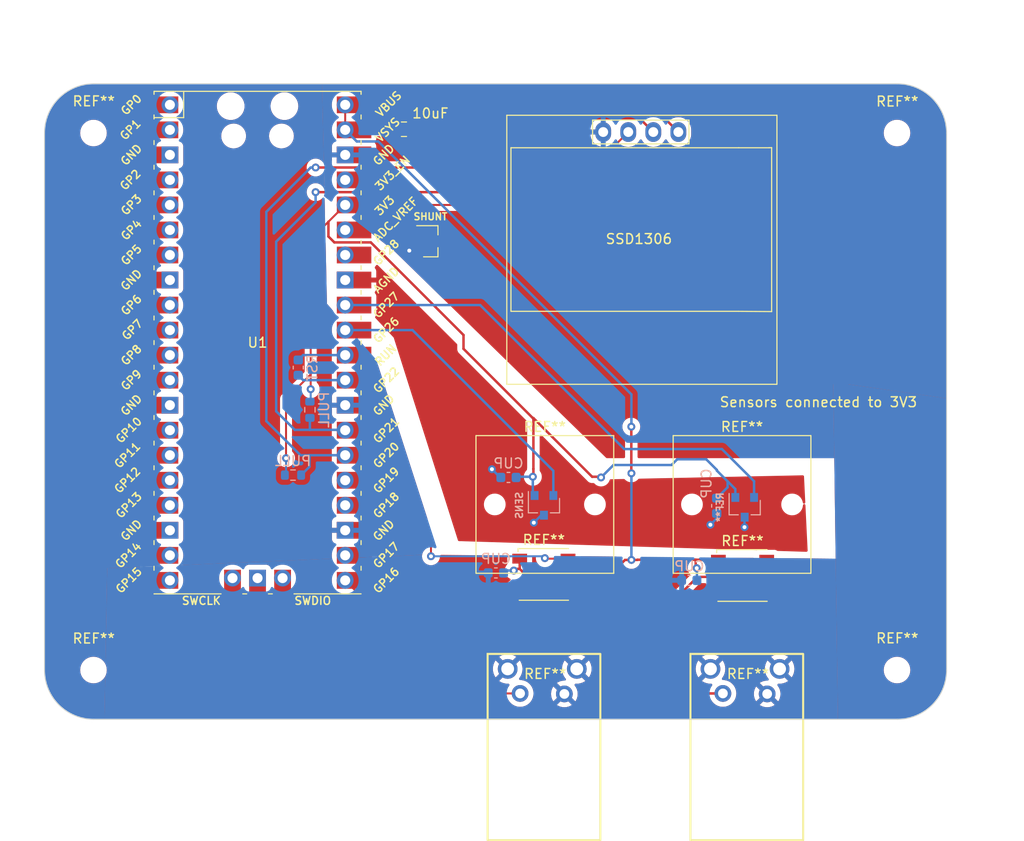
<source format=kicad_pcb>
(kicad_pcb (version 20221018) (generator pcbnew)
  (layers (0 "F.Cu" signal) (31 "B.Cu" signal) (34 "B.Paste" user) (35 "F.Paste" user) (36 "B.SilkS" user "B.Silkscreen") (37 "F.SilkS" user "F.Silkscreen") (38 "B.Mask" user) (39 "F.Mask" user) (44 "Edge.Cuts" user))
  (net 0 "")
  (net 1 "AGND")
  (net 2 "GND")
  (footprint "SSD1306:128x64OLED" (layer "F.Cu") (at 78.79 81)
    (fp_text reference "SSD1306" (at 0 0.254) (layer "F.SilkS"))
    (fp_text value "128x64OLED")
    (fp_line (start -13.4 -12.3) (end 14 -12.3) (stroke (width 0.12)) (layer "F.SilkS"))
    (fp_line (start -13.4 15) (end -13.4 -12.3) (stroke (width 0.12)) (layer "F.SilkS"))
    (fp_line (start -12.978 -9.005) (end 10.122 -9.005) (stroke (width 0.12)) (layer "F.SilkS"))
    (fp_line (start -12.978 7.595) (end -12.978 -9.005) (stroke (width 0.12)) (layer "F.SilkS"))
    (fp_line (start -4.699 -11.811) (end -4.699 -9.398) (stroke (width 0.12)) (layer "F.SilkS"))
    (fp_line (start -4.699 -11.811) (end 5.08 -11.811) (stroke (width 0.12)) (layer "F.SilkS"))
    (fp_line (start 5.08 -11.811) (end 5.08 -9.398) (stroke (width 0.12)) (layer "F.SilkS"))
    (fp_line (start 5.08 -9.398) (end -4.699 -9.398) (stroke (width 0.12)) (layer "F.SilkS"))
    (fp_line (start 10.122 -9.005) (end 13.208 -9.005) (stroke (width 0.12)) (layer "F.SilkS"))
    (fp_line (start 10.122 7.595) (end -12.978 7.595) (stroke (width 0.12)) (layer "F.SilkS"))
    (fp_line (start 10.122 7.595) (end 13.462 7.62) (stroke (width 0.12)) (layer "F.SilkS"))
    (fp_line (start 13.462 -9.017) (end 13.208 -9.005) (stroke (width 0.12)) (layer "F.SilkS"))
    (fp_line (start 13.462 7.62) (end 13.462 -9.017) (stroke (width 0.12)) (layer "F.SilkS"))
    (fp_line (start 14 -12.3) (end 14 15) (stroke (width 0.12)) (layer "F.SilkS"))
    (fp_line (start 14 15) (end -13.4 15) (stroke (width 0.12)) (layer "F.SilkS"))
    (pad "1" thru_hole oval (at -3.62 -10.6 90) (size 2 1.6) (drill 1) (layers "*.Cu" "*.Mask") (net 2 "GND"))
    (pad "2" thru_hole oval (at -1.08 -10.6 90) (size 2 1.6) (drill 1) (layers "*.Cu" "*.Mask"))
    (pad "3" thru_hole oval (at 1.46 -10.6 90) (size 2 1.6) (drill 1) (layers "*.Cu" "*.Mask"))
    (pad "4" thru_hole oval (at 4 -10.6 90) (size 2 1.6) (drill 1) (layers "*.Cu" "*.Mask"))
  )
  (footprint "MountingHole:MountingHole_2.2mm_M2" (layer "F.Cu") (at 105 124.98)
    (fp_text reference "REF**" (at 0 -3.2) (layer "F.SilkS"))
    (fp_text value "MountingHole_2.2mm_M2")
    (pad "" np_thru_hole circle (at -0.03 0.02) (size 2.2 2.2) (drill 2.2) (layers "*.Cu" "*.Mask"))
  )
  (footprint "Button_Switch_THT:2-1825027-0_Right_Angle_Button" (layer "F.Cu") (at 86.05 124.885)
    (fp_text reference "REF**" (at 3.81 0.508 unlocked) (layer "F.SilkS"))
    (fp_text value "2-1825027-0_Right_Angle_Switch-9.24mm_Stem")
    (fp_line (start -2.032 5.1) (end 9.398 5.1) (stroke (width 0.12)) (layer "F.SilkS"))
    (fp_rect (start -2.032 -1.52) (end 9.398 17.38) (stroke (width 0.21)) (fill none) (layer "F.SilkS"))
    (pad "1" thru_hole circle (at 1.26 2.49) (size 1.7 1.7) (drill 0.99) (layers "*.Cu" "*.Mask"))
    (pad "2" thru_hole circle (at 5.75 2.54) (size 1.7 1.7) (drill 0.99) (layers "*.Cu" "*.Mask") (net 2 "GND"))
    (pad "3" thru_hole circle (at 0 0) (size 2 2) (drill 1.3) (layers "*.Cu" "*.Mask") (net 2 "GND"))
    (pad "4" thru_hole circle (at 7.01 0) (size 2 2) (drill 1.3) (layers "*.Cu" "*.Mask") (net 2 "GND"))
  )
  (footprint "MountingHole:MountingHole_2.2mm_M2" (layer "F.Cu") (at 23.5 70.48)
    (fp_text reference "REF**" (at 0 -3.2) (layer "F.SilkS"))
    (fp_text value "MountingHole_2.2mm_M2")
    (pad "" np_thru_hole circle (at -0.03 0.02) (size 2.2 2.2) (drill 2.2) (layers "F&B.Cu" "*.Mask"))
  )
  (footprint "Keebio-Parts:SOT-23" (layer "F.Cu") (at 57.65 81.485)
    (fp_text reference "SHUNT" (at 0 -2.5) (layer "F.SilkS") (effects (font (size 0.7 0.7))))
    (fp_text value "LM4040")
    (fp_line (start 0.76 -1.58) (end -1.4 -1.58) (stroke (width 0.12)) (layer "F.SilkS"))
    (fp_line (start 0.76 -1.58) (end 0.76 -0.65) (stroke (width 0.12)) (layer "F.SilkS"))
    (fp_line (start 0.76 1.58) (end -0.7 1.58) (stroke (width 0.12)) (layer "F.SilkS"))
    (fp_line (start 0.76 1.58) (end 0.76 0.65) (stroke (width 0.12)) (layer "F.SilkS"))
    (pad "1" smd rect (at -1 -0.95) (size 0.9 0.8) (layers "F.Cu" "F.Paste" "F.Mask"))
    (pad "2" smd rect (at -1 0.95) (size 0.9 0.8) (layers "F.Cu" "F.Paste" "F.Mask") (net 2 "GND"))
    (pad "3" smd rect (at 1 0) (size 0.9 0.8) (layers "F.Cu" "F.Paste" "F.Mask"))
  )
  (footprint "MCU_RaspberryPi_and_Boards:RPi_Pico_SMD_TH" (layer "F.Cu") (at 40.11 91.77)
    (fp_text reference "U1" (at 0 0) (layer "F.SilkS"))
    (fp_text value "RPi_Pico_SMD_TH")
    (fp_text user "GP4" (at -12.8 -11.43 45) (layer "F.SilkS") (effects (font (size 0.8 0.8))))
    (fp_text user "GP22" (at 13.054 3.81 45) (layer "F.SilkS") (effects (font (size 0.8 0.8))))
    (fp_text user "SWCLK" (at -5.7 26.2) (layer "F.SilkS") (effects (font (size 0.8 0.8))))
    (fp_text user "GP6" (at -12.8 -3.81 45) (layer "F.SilkS") (effects (font (size 0.8 0.8))))
    (fp_text user "GP7" (at -12.7 -1.3 45) (layer "F.SilkS") (effects (font (size 0.8 0.8))))
    (fp_text user "3V3_EN" (at 13.7 -17.2 45) (layer "F.SilkS") (effects (font (size 0.8 0.8))))
    (fp_text user "GP26" (at 13.054 -1.27 45) (layer "F.SilkS") (effects (font (size 0.8 0.8))))
    (fp_text user "GND" (at -12.8 -19.05 45) (layer "F.SilkS") (effects (font (size 0.8 0.8))))
    (fp_text user "GP13" (at -13.054 16.51 45) (layer "F.SilkS") (effects (font (size 0.8 0.8))))
    (fp_text user "GP20" (at 13.054 11.43 45) (layer "F.SilkS") (effects (font (size 0.8 0.8))))
    (fp_text user "GP14" (at -13.1 21.59 45) (layer "F.SilkS") (effects (font (size 0.8 0.8))))
    (fp_text user "GP15" (at -13.054 24.13 45) (layer "F.SilkS") (effects (font (size 0.8 0.8))))
    (fp_text user "GND" (at 12.8 6.35 45) (layer "F.SilkS") (effects (font (size 0.8 0.8))))
    (fp_text user "3V3" (at 12.9 -13.9 45) (layer "F.SilkS") (effects (font (size 0.8 0.8))))
    (fp_text user "RUN" (at 13 1.27 45) (layer "F.SilkS") (effects (font (size 0.8 0.8))))
    (fp_text user "GP11" (at -13.2 11.43 45) (layer "F.SilkS") (effects (font (size 0.8 0.8))))
    (fp_text user "GP8" (at -12.8 1.27 45) (layer "F.SilkS") (effects (font (size 0.8 0.8))))
    (fp_text user "GP1" (at -12.9 -21.6 45) (layer "F.SilkS") (effects (font (size 0.8 0.8))))
    (fp_text user "GP0" (at -12.8 -24.13 45) (layer "F.SilkS") (effects (font (size 0.8 0.8))))
    (fp_text user "GP16" (at 13.054 24.13 45) (layer "F.SilkS") (effects (font (size 0.8 0.8))))
    (fp_text user "AGND" (at 13.054 -6.35 45) (layer "F.SilkS") (effects (font (size 0.8 0.8))))
    (fp_text user "GND" (at -12.8 19.05 45) (layer "F.SilkS") (effects (font (size 0.8 0.8))))
    (fp_text user "GND" (at 12.8 19.05 45) (layer "F.SilkS") (effects (font (size 0.8 0.8))))
    (fp_text user "GP10" (at -13.054 8.89 45) (layer "F.SilkS") (effects (font (size 0.8 0.8))))
    (fp_text user "GP21" (at 13.054 8.9 45) (layer "F.SilkS") (effects (font (size 0.8 0.8))))
    (fp_text user "GP28" (at 13.054 -9.144 45) (layer "F.SilkS") (effects (font (size 0.8 0.8))))
    (fp_text user "GND" (at 12.8 -19.05 45) (layer "F.SilkS") (effects (font (size 0.8 0.8))))
    (fp_text user "VSYS" (at 13.2 -21.59 45) (layer "F.SilkS") (effects (font (size 0.8 0.8))))
    (fp_text user "GP5" (at -12.8 -8.89 45) (layer "F.SilkS") (effects (font (size 0.8 0.8))))
    (fp_text user "GND" (at -12.8 -6.35 45) (layer "F.SilkS") (effects (font (size 0.8 0.8))))
    (fp_text user "GP27" (at 13.054 -3.8 45) (layer "F.SilkS") (effects (font (size 0.8 0.8))))
    (fp_text user "GP17" (at 13.054 21.59 45) (layer "F.SilkS") (effects (font (size 0.8 0.8))))
    (fp_text user "ADC_VREF" (at 14 -12.5 45) (layer "F.SilkS") (effects (font (size 0.8 0.8))))
    (fp_text user "SWDIO" (at 5.6 26.2) (layer "F.SilkS") (effects (font (size 0.8 0.8))))
    (fp_text user "GP3" (at -12.8 -13.97 45) (layer "F.SilkS") (effects (font (size 0.8 0.8))))
    (fp_text user "GP19" (at 13.054 13.97 45) (layer "F.SilkS") (effects (font (size 0.8 0.8))))
    (fp_text user "GP12" (at -13.2 13.97 45) (layer "F.SilkS") (effects (font (size 0.8 0.8))))
    (fp_text user "GP9" (at -12.8 3.81 45) (layer "F.SilkS") (effects (font (size 0.8 0.8))))
    (fp_text user "GP18" (at 13.054 16.51 45) (layer "F.SilkS") (effects (font (size 0.8 0.8))))
    (fp_text user "GP2" (at -12.9 -16.51 45) (layer "F.SilkS") (effects (font (size 0.8 0.8))))
    (fp_text user "VBUS" (at 13.3 -24.2 45) (layer "F.SilkS") (effects (font (size 0.8 0.8))))
    (fp_text user "GND" (at -12.8 6.35 45) (layer "F.SilkS") (effects (font (size 0.8 0.8))))
    (fp_line (start -10.5 -25.5) (end -10.5 -25.2) (stroke (width 0.12)) (layer "F.SilkS"))
    (fp_line (start -10.5 -25.5) (end 10.5 -25.5) (stroke (width 0.12)) (layer "F.SilkS"))
    (fp_line (start -10.5 -23.1) (end -10.5 -22.7) (stroke (width 0.12)) (layer "F.SilkS"))
    (fp_line (start -10.5 -22.833) (end -7.493 -22.833) (stroke (width 0.12)) (layer "F.SilkS"))
    (fp_line (start -10.5 -20.5) (end -10.5 -20.1) (stroke (width 0.12)) (layer "F.SilkS"))
    (fp_line (start -10.5 -18) (end -10.5 -17.6) (stroke (width 0.12)) (layer "F.SilkS"))
    (fp_line (start -10.5 -15.4) (end -10.5 -15) (stroke (width 0.12)) (layer "F.SilkS"))
    (fp_line (start -10.5 -12.9) (end -10.5 -12.5) (stroke (width 0.12)) (layer "F.SilkS"))
    (fp_line (start -10.5 -10.4) (end -10.5 -10) (stroke (width 0.12)) (layer "F.SilkS"))
    (fp_line (start -10.5 -7.8) (end -10.5 -7.4) (stroke (width 0.12)) (layer "F.SilkS"))
    (fp_line (start -10.5 -5.3) (end -10.5 -4.9) (stroke (width 0.12)) (layer "F.SilkS"))
    (fp_line (start -10.5 -2.7) (end -10.5 -2.3) (stroke (width 0.12)) (layer "F.SilkS"))
    (fp_line (start -10.5 -0.2) (end -10.5 0.2) (stroke (width 0.12)) (layer "F.SilkS"))
    (fp_line (start -10.5 2.3) (end -10.5 2.7) (stroke (width 0.12)) (layer "F.SilkS"))
    (fp_line (start -10.5 4.9) (end -10.5 5.3) (stroke (width 0.12)) (layer "F.SilkS"))
    (fp_line (start -10.5 7.4) (end -10.5 7.8) (stroke (width 0.12)) (layer "F.SilkS"))
    (fp_line (start -10.5 10) (end -10.5 10.4) (stroke (width 0.12)) (layer "F.SilkS"))
    (fp_line (start -10.5 12.5) (end -10.5 12.9) (stroke (width 0.12)) (layer "F.SilkS"))
    (fp_line (start -10.5 15.1) (end -10.5 15.5) (stroke (width 0.12)) (layer "F.SilkS"))
    (fp_line (start -10.5 17.6) (end -10.5 18) (stroke (width 0.12)) (layer "F.SilkS"))
    (fp_line (start -10.5 20.1) (end -10.5 20.5) (stroke (width 0.12)) (layer "F.SilkS"))
    (fp_line (start -10.5 22.7) (end -10.5 23.1) (stroke (width 0.12)) (layer "F.SilkS"))
    (fp_line (start -7.493 -22.833) (end -7.493 -25.5) (stroke (width 0.12)) (layer "F.SilkS"))
    (fp_line (start -3.7 25.5) (end -10.5 25.5) (stroke (width 0.12)) (layer "F.SilkS"))
    (fp_line (start -1.5 25.5) (end -1.1 25.5) (stroke (width 0.12)) (layer "F.SilkS"))
    (fp_line (start 1.1 25.5) (end 1.5 25.5) (stroke (width 0.12)) (layer "F.SilkS"))
    (fp_line (start 10.5 -25.5) (end 10.5 -25.2) (stroke (width 0.12)) (layer "F.SilkS"))
    (fp_line (start 10.5 -23.1) (end 10.5 -22.7) (stroke (width 0.12)) (layer "F.SilkS"))
    (fp_line (start 10.5 -20.5) (end 10.5 -20.1) (stroke (width 0.12)) (layer "F.SilkS"))
    (fp_line (start 10.5 -18) (end 10.5 -17.6) (stroke (width 0.12)) (layer "F.SilkS"))
    (fp_line (start 10.5 -15.4) (end 10.5 -15) (stroke (width 0.12)) (layer "F.SilkS"))
    (fp_line (start 10.5 -12.9) (end 10.5 -12.5) (stroke (width 0.12)) (layer "F.SilkS"))
    (fp_line (start 10.5 -10.4) (end 10.5 -10) (stroke (width 0.12)) (layer "F.SilkS"))
    (fp_line (start 10.5 -7.8) (end 10.5 -7.4) (stroke (width 0.12)) (layer "F.SilkS"))
    (fp_line (start 10.5 -5.3) (end 10.5 -4.9) (stroke (width 0.12)) (layer "F.SilkS"))
    (fp_line (start 10.5 -2.7) (end 10.5 -2.3) (stroke (width 0.12)) (layer "F.SilkS"))
    (fp_line (start 10.5 -0.2) (end 10.5 0.2) (stroke (width 0.12)) (layer "F.SilkS"))
    (fp_line (start 10.5 2.3) (end 10.5 2.7) (stroke (width 0.12)) (layer "F.SilkS"))
    (fp_line (start 10.5 4.9) (end 10.5 5.3) (stroke (width 0.12)) (layer "F.SilkS"))
    (fp_line (start 10.5 7.4) (end 10.5 7.8) (stroke (width 0.12)) (layer "F.SilkS"))
    (fp_line (start 10.5 10) (end 10.5 10.4) (stroke (width 0.12)) (layer "F.SilkS"))
    (fp_line (start 10.5 12.5) (end 10.5 12.9) (stroke (width 0.12)) (layer "F.SilkS"))
    (fp_line (start 10.5 15.1) (end 10.5 15.5) (stroke (width 0.12)) (layer "F.SilkS"))
    (fp_line (start 10.5 17.6) (end 10.5 18) (stroke (width 0.12)) (layer "F.SilkS"))
    (fp_line (start 10.5 20.1) (end 10.5 20.5) (stroke (width 0.12)) (layer "F.SilkS"))
    (fp_line (start 10.5 22.7) (end 10.5 23.1) (stroke (width 0.12)) (layer "F.SilkS"))
    (fp_line (start 10.5 25.5) (end 3.7 25.5) (stroke (width 0.12)) (layer "F.SilkS"))
    (pad "" np_thru_hole oval (at -2.725 -24) (size 1.8 1.8) (drill 1.8) (layers "*.Cu" "*.Mask"))
    (pad "" np_thru_hole oval (at -2.425 -20.97) (size 1.5 1.5) (drill 1.5) (layers "*.Cu" "*.Mask"))
    (pad "" np_thru_hole oval (at 2.425 -20.97) (size 1.5 1.5) (drill 1.5) (layers "*.Cu" "*.Mask"))
    (pad "" np_thru_hole oval (at 2.725 -24) (size 1.8 1.8) (drill 1.8) (layers "*.Cu" "*.Mask"))
    (pad "1" thru_hole oval (at -8.89 -24.13) (size 1.7 1.7) (drill 1.02) (layers "*.Cu" "*.Mask"))
    (pad "1" smd rect (at -8.89 -24.13) (size 3.5 1.7) (drill (offset -0.9 0)) (layers "F.Cu" "F.Mask"))
    (pad "2" thru_hole oval (at -8.89 -21.59) (size 1.7 1.7) (drill 1.02) (layers "*.Cu" "*.Mask"))
    (pad "2" smd rect (at -8.89 -21.59) (size 3.5 1.7) (drill (offset -0.9 0)) (layers "F.Cu" "F.Mask"))
    (pad "3" thru_hole rect (at -8.89 -19.05) (size 1.7 1.7) (drill 1.02) (layers "*.Cu" "*.Mask"))
    (pad "3" smd rect (at -8.89 -19.05) (size 3.5 1.7) (drill (offset -0.9 0)) (layers "F.Cu" "F.Mask") (net 2 "GND"))
    (pad "4" thru_hole oval (at -8.89 -16.51) (size 1.7 1.7) (drill 1.02) (layers "*.Cu" "*.Mask"))
    (pad "4" smd rect (at -8.89 -16.51) (size 3.5 1.7) (drill (offset -0.9 0)) (layers "F.Cu" "F.Mask"))
    (pad "5" thru_hole oval (at -8.89 -13.97) (size 1.7 1.7) (drill 1.02) (layers "*.Cu" "*.Mask"))
    (pad "5" smd rect (at -8.89 -13.97) (size 3.5 1.7) (drill (offset -0.9 0)) (layers "F.Cu" "F.Mask"))
    (pad "6" thru_hole oval (at -8.89 -11.43) (size 1.7 1.7) (drill 1.02) (layers "*.Cu" "*.Mask"))
    (pad "6" smd rect (at -8.89 -11.43) (size 3.5 1.7) (drill (offset -0.9 0)) (layers "F.Cu" "F.Mask"))
    (pad "7" thru_hole oval (at -8.89 -8.89) (size 1.7 1.7) (drill 1.02) (layers "*.Cu" "*.Mask"))
    (pad "7" smd rect (at -8.89 -8.89) (size 3.5 1.7) (drill (offset -0.9 0)) (layers "F.Cu" "F.Mask"))
    (pad "8" thru_hole rect (at -8.89 -6.35) (size 1.7 1.7) (drill 1.02) (layers "*.Cu" "*.Mask"))
    (pad "8" smd rect (at -8.89 -6.35) (size 3.5 1.7) (drill (offset -0.9 0)) (layers "F.Cu" "F.Mask") (net 2 "GND"))
    (pad "9" thru_hole oval (at -8.89 -3.81) (size 1.7 1.7) (drill 1.02) (layers "*.Cu" "*.Mask"))
    (pad "9" smd rect (at -8.89 -3.81) (size 3.5 1.7) (drill (offset -0.9 0)) (layers "F.Cu" "F.Mask"))
    (pad "10" thru_hole oval (at -8.89 -1.27) (size 1.7 1.7) (drill 1.02) (layers "*.Cu" "*.Mask"))
    (pad "10" smd rect (at -8.89 -1.27) (size 3.5 1.7) (drill (offset -0.9 0)) (layers "F.Cu" "F.Mask"))
    (pad "11" thru_hole oval (at -8.89 1.27) (size 1.7 1.7) (drill 1.02) (layers "*.Cu" "*.Mask"))
    (pad "11" smd rect (at -8.89 1.27) (size 3.5 1.7) (drill (offset -0.9 0)) (layers "F.Cu" "F.Mask"))
    (pad "12" thru_hole oval (at -8.89 3.81) (size 1.7 1.7) (drill 1.02) (layers "*.Cu" "*.Mask"))
    (pad "12" smd rect (at -8.89 3.81) (size 3.5 1.7) (drill (offset -0.9 0)) (layers "F.Cu" "F.Mask"))
    (pad "13" thru_hole rect (at -8.89 6.35) (size 1.7 1.7) (drill 1.02) (layers "*.Cu" "*.Mask"))
    (pad "13" smd rect (at -8.89 6.35) (size 3.5 1.7) (drill (offset -0.9 0)) (layers "F.Cu" "F.Mask") (net 2 "GND"))
    (pad "14" thru_hole oval (at -8.89 8.89) (size 1.7 1.7) (drill 1.02) (layers "*.Cu" "*.Mask"))
    (pad "14" smd rect (at -8.89 8.89) (size 3.5 1.7) (drill (offset -0.9 0)) (layers "F.Cu" "F.Mask"))
    (pad "15" thru_hole oval (at -8.89 11.43) (size 1.7 1.7) (drill 1.02) (layers "*.Cu" "*.Mask"))
    (pad "15" smd rect (at -8.89 11.43) (size 3.5 1.7) (drill (offset -0.9 0)) (layers "F.Cu" "F.Mask"))
    (pad "16" thru_hole oval (at -8.89 13.97) (size 1.7 1.7) (drill 1.02) (layers "*.Cu" "*.Mask"))
    (pad "16" smd rect (at -8.89 13.97) (size 3.5 1.7) (drill (offset -0.9 0)) (layers "F.Cu" "F.Mask"))
    (pad "17" thru_hole oval (at -8.89 16.51) (size 1.7 1.7) (drill 1.02) (layers "*.Cu" "*.Mask"))
    (pad "17" smd rect (at -8.89 16.51) (size 3.5 1.7) (drill (offset -0.9 0)) (layers "F.Cu" "F.Mask"))
    (pad "18" thru_hole rect (at -8.89 19.05) (size 1.7 1.7) (drill 1.02) (layers "*.Cu" "*.Mask"))
    (pad "18" smd rect (at -8.89 19.05) (size 3.5 1.7) (drill (offset -0.9 0)) (layers "F.Cu" "F.Mask") (net 2 "GND"))
    (pad "19" thru_hole oval (at -8.89 21.59) (size 1.7 1.7) (drill 1.02) (layers "*.Cu" "*.Mask"))
    (pad "19" smd rect (at -8.89 21.59) (size 3.5 1.7) (drill (offset -0.9 0)) (layers "F.Cu" "F.Mask"))
    (pad "20" thru_hole oval (at -8.89 24.13) (size 1.7 1.7) (drill 1.02) (layers "*.Cu" "*.Mask"))
    (pad "20" smd rect (at -8.89 24.13) (size 3.5 1.7) (drill (offset -0.9 0)) (layers "F.Cu" "F.Mask"))
    (pad "21" thru_hole oval (at 8.89 24.13) (size 1.7 1.7) (drill 1.02) (layers "*.Cu" "*.Mask"))
    (pad "21" smd rect (at 8.89 24.13) (size 3.5 1.7) (drill (offset 0.9 0)) (layers "F.Cu" "F.Mask"))
    (pad "22" thru_hole oval (at 8.89 21.59) (size 1.7 1.7) (drill 1.02) (layers "*.Cu" "*.Mask"))
    (pad "22" smd rect (at 8.89 21.59) (size 3.5 1.7) (drill (offset 0.9 0)) (layers "F.Cu" "F.Mask"))
    (pad "23" thru_hole rect (at 8.89 19.05) (size 1.7 1.7) (drill 1.02) (layers "*.Cu" "*.Mask") (net 2 "GND"))
    (pad "23" smd rect (at 8.89 19.05) (size 3.5 1.7) (drill (offset 0.9 0)) (layers "F.Cu" "F.Mask") (net 2 "GND"))
    (pad "24" thru_hole oval (at 8.89 16.51) (size 1.7 1.7) (drill 1.02) (layers "*.Cu" "*.Mask"))
    (pad "24" smd rect (at 8.89 16.51) (size 3.5 1.7) (drill (offset 0.9 0)) (layers "F.Cu" "F.Mask"))
    (pad "25" thru_hole oval (at 8.89 13.97) (size 1.7 1.7) (drill 1.02) (layers "*.Cu" "*.Mask"))
    (pad "25" smd rect (at 8.89 13.97) (size 3.5 1.7) (drill (offset 0.9 0)) (layers "F.Cu" "F.Mask"))
    (pad "26" thru_hole oval (at 8.89 11.43) (size 1.7 1.7) (drill 1.02) (layers "*.Cu" "*.Mask"))
    (pad "26" smd rect (at 8.89 11.43) (size 3.5 1.7) (drill (offset 0.9 0)) (layers "F.Cu" "F.Mask"))
    (pad "27" thru_hole oval (at 8.89 8.89) (size 1.7 1.7) (drill 1.02) (layers "*.Cu" "*.Mask"))
    (pad "27" smd rect (at 8.89 8.89) (size 3.5 1.7) (drill (offset 0.9 0)) (layers "F.Cu" "F.Mask"))
    (pad "28" thru_hole rect (at 8.89 6.35) (size 1.7 1.7) (drill 1.02) (layers "*.Cu" "*.Mask") (net 2 "GND"))
    (pad "28" smd rect (at 8.89 6.35) (size 3.5 1.7) (drill (offset 0.9 0)) (layers "F.Cu" "F.Mask") (net 2 "GND"))
    (pad "29" thru_hole oval (at 8.89 3.81) (size 1.7 1.7) (drill 1.02) (layers "*.Cu" "*.Mask"))
    (pad "29" smd rect (at 8.89 3.81) (size 3.5 1.7) (drill (offset 0.9 0)) (layers "F.Cu" "F.Mask"))
    (pad "30" thru_hole oval (at 8.89 1.27) (size 1.7 1.7) (drill 1.02) (layers "*.Cu" "*.Mask"))
    (pad "30" smd rect (at 8.89 1.27) (size 3.5 1.7) (drill (offset 0.9 0)) (layers "F.Cu" "F.Mask"))
    (pad "31" thru_hole oval (at 8.89 -1.27) (size 1.7 1.7) (drill 1.02) (layers "*.Cu" "*.Mask"))
    (pad "31" smd rect (at 8.89 -1.27) (size 3.5 1.7) (drill (offset 0.9 0)) (layers "F.Cu" "F.Mask"))
    (pad "32" thru_hole oval (at 8.89 -3.81) (size 1.7 1.7) (drill 1.02) (layers "*.Cu" "*.Mask"))
    (pad "32" smd rect (at 8.89 -3.81) (size 3.5 1.7) (drill (offset 0.9 0)) (layers "F.Cu" "F.Mask"))
    (pad "33" thru_hole rect (at 8.89 -6.35) (size 1.7 1.7) (drill 1.02) (layers "*.Cu" "*.Mask") (net 1 "AGND"))
    (pad "33" smd rect (at 8.89 -6.35) (size 3.5 1.7) (drill (offset 0.9 0)) (layers "F.Cu" "F.Mask") (net 1 "AGND"))
    (pad "34" thru_hole oval (at 8.89 -8.89) (size 1.7 1.7) (drill 1.02) (layers "*.Cu" "*.Mask"))
    (pad "34" smd rect (at 8.89 -8.89) (size 3.5 1.7) (drill (offset 0.9 0)) (layers "F.Cu" "F.Mask"))
    (pad "35" thru_hole oval (at 8.89 -11.43) (size 1.7 1.7) (drill 1.02) (layers "*.Cu" "*.Mask"))
    (pad "35" smd rect (at 8.89 -11.43) (size 3.5 1.7) (drill (offset 0.9 0)) (layers "F.Cu" "F.Mask"))
    (pad "36" thru_hole oval (at 8.89 -13.97) (size 1.7 1.7) (drill 1.02) (layers "*.Cu" "*.Mask"))
    (pad "36" smd rect (at 8.89 -13.97) (size 3.5 1.7) (drill (offset 0.9 0)) (layers "F.Cu" "F.Mask"))
    (pad "37" thru_hole oval (at 8.89 -16.51) (size 1.7 1.7) (drill 1.02) (layers "*.Cu" "*.Mask"))
    (pad "37" smd rect (at 8.89 -16.51) (size 3.5 1.7) (drill (offset 0.9 0)) (layers "F.Cu" "F.Mask"))
    (pad "38" thru_hole rect (at 8.89 -19.05) (size 1.7 1.7) (drill 1.02) (layers "*.Cu" "*.Mask") (net 2 "GND"))
    (pad "38" smd rect (at 8.89 -19.05) (size 3.5 1.7) (drill (offset 0.9 0)) (layers "F.Cu" "F.Mask") (net 2 "GND"))
    (pad "39" thru_hole oval (at 8.89 -21.59) (size 1.7 1.7) (drill 1.02) (layers "*.Cu" "*.Mask"))
    (pad "39" smd rect (at 8.89 -21.59) (size 3.5 1.7) (drill (offset 0.9 0)) (layers "F.Cu" "F.Mask"))
    (pad "40" thru_hole oval (at 8.89 -24.13) (size 1.7 1.7) (drill 1.02) (layers "*.Cu" "*.Mask"))
    (pad "40" smd rect (at 8.89 -24.13) (size 3.5 1.7) (drill (offset 0.9 0)) (layers "F.Cu" "F.Mask"))
    (pad "41" thru_hole oval (at -2.54 23.9) (size 1.7 1.7) (drill 1.02) (layers "*.Cu" "*.Mask"))
    (pad "41" smd rect (at -2.54 23.9 90) (size 3.5 1.7) (drill (offset -0.9 0)) (layers "F.Cu" "F.Mask"))
    (pad "42" thru_hole rect (at 0 23.9) (size 1.7 1.7) (drill 1.02) (layers "*.Cu" "*.Mask"))
    (pad "42" smd rect (at 0 23.9 90) (size 3.5 1.7) (drill (offset -0.9 0)) (layers "F.Cu" "F.Mask"))
    (pad "43" thru_hole oval (at 2.54 23.9) (size 1.7 1.7) (drill 1.02) (layers "*.Cu" "*.Mask"))
    (pad "43" smd rect (at 2.54 23.9 90) (size 3.5 1.7) (drill (offset -0.9 0)) (layers "F.Cu" "F.Mask"))
  )
  (footprint "Button_Switch_Keyboard:SW_Lekker_MX_1.00u_PCB" (layer "F.Cu") (at 71.79 103.115)
    (fp_text reference "REF**" (at -2.54 -2.794) (layer "F.SilkS"))
    (fp_text value "SW_Lekker_MX_1.00u_PCB")
    (fp_line (start -9.525 -1.905) (end 4.445 -1.905) (stroke (width 0.12)) (layer "F.SilkS"))
    (fp_line (start -9.525 12.065) (end -9.525 -1.905) (stroke (width 0.12)) (layer "F.SilkS"))
    (fp_line (start 4.445 -1.905) (end 4.445 12.065) (stroke (width 0.12)) (layer "F.SilkS"))
    (fp_line (start 4.445 12.065) (end -9.525 12.065) (stroke (width 0.12)) (layer "F.SilkS"))
    (pad "" np_thru_hole circle (at -7.62 5.08) (size 1.7 1.7) (drill 1.7) (layers "*.Cu" "*.Mask"))
    (pad "" np_thru_hole circle (at 2.54 5.08) (size 1.7 1.7) (drill 1.7) (layers "*.Cu" "*.Mask"))
  )
  (footprint "MountingHole:MountingHole_2.2mm_M2" (layer "F.Cu") (at 105 70.5)
    (fp_text reference "REF**" (at 0 -3.2) (layer "F.SilkS"))
    (fp_text value "MountingHole_2.2mm_M2")
    (pad "" np_thru_hole circle (at -0.03 0) (size 2.2 2.2) (drill 2.2) (layers "F&B.Cu" "*.Mask"))
  )
  (footprint "Button_Switch_Keyboard:SW_Lekker_MX_1.00u_PCB" (layer "F.Cu") (at 91.79 103.115)
    (fp_text reference "REF**" (at -2.54 -2.794) (layer "F.SilkS"))
    (fp_text value "SW_Lekker_MX_1.00u_PCB")
    (fp_line (start -9.525 -1.905) (end 4.445 -1.905) (stroke (width 0.12)) (layer "F.SilkS"))
    (fp_line (start -9.525 12.065) (end -9.525 -1.905) (stroke (width 0.12)) (layer "F.SilkS"))
    (fp_line (start 4.445 -1.905) (end 4.445 12.065) (stroke (width 0.12)) (layer "F.SilkS"))
    (fp_line (start 4.445 12.065) (end -9.525 12.065) (stroke (width 0.12)) (layer "F.SilkS"))
    (pad "" np_thru_hole circle (at -7.62 5.08) (size 1.7 1.7) (drill 1.7) (layers "*.Cu" "*.Mask"))
    (pad "" np_thru_hole circle (at 2.54 5.08) (size 1.7 1.7) (drill 1.7) (layers "*.Cu" "*.Mask"))
  )
  (footprint "Button_Switch_THT:2-1825027-0_Right_Angle_Button" (layer "F.Cu") (at 65.48 124.885)
    (fp_text reference "REF**" (at 3.81 0.508 unlocked) (layer "F.SilkS"))
    (fp_text value "2-1825027-0_Right_Angle_Switch-9.24mm_Stem")
    (fp_line (start -2.032 5.1) (end 9.398 5.1) (stroke (width 0.12)) (layer "F.SilkS"))
    (fp_rect (start -2.032 -1.52) (end 9.398 17.38) (stroke (width 0.21)) (fill none) (layer "F.SilkS"))
    (pad "1" thru_hole circle (at 1.26 2.49) (size 1.7 1.7) (drill 0.99) (layers "*.Cu" "*.Mask"))
    (pad "2" thru_hole circle (at 5.75 2.54) (size 1.7 1.7) (drill 0.99) (layers "*.Cu" "*.Mask") (net 2 "GND"))
    (pad "3" thru_hole circle (at 0 0) (size 2 2) (drill 1.3) (layers "*.Cu" "*.Mask") (net 2 "GND"))
    (pad "4" thru_hole circle (at 7.01 0) (size 2 2) (drill 1.3) (layers "*.Cu" "*.Mask") (net 2 "GND"))
  )
  (footprint "LED_SMD:LED_Inolux_IN-PI554FCH_PLCC4_5.0x5.0mm_P3.2mm" (layer "F.Cu") (at 89.3 115.405)
    (fp_text reference "REF**" (at 0 -3.5) (layer "F.SilkS"))
    (fp_text value "LED_Inolux_IN-PI554FCH_PLCC4_5.0x5.0mm_P3.2mm" hide)
    (fp_line (start -2.62 -2.62) (end 2.5 -2.62) (stroke (width 0.12)) (layer "F.SilkS"))
    (fp_line (start -2.62 -2.3) (end -2.62 -2.62) (stroke (width 0.12)) (layer "F.SilkS"))
    (fp_line (start -2.5 2.62) (end 2.5 2.62) (stroke (width 0.12)) (layer "F.SilkS"))
    (pad "1" smd rect (at -2.45 -1.6) (size 1.5 1) (layers "F.Cu" "F.Paste" "F.Mask"))
    (pad "2" smd rect (at -2.45 1.6) (size 1.5 1) (layers "F.Cu" "F.Paste" "F.Mask"))
    (pad "3" smd rect (at 2.45 1.6) (size 1.5 1) (layers "F.Cu" "F.Paste" "F.Mask") (net 2 "GND"))
    (pad "4" smd rect (at 2.45 -1.6) (size 1.5 1) (layers "F.Cu" "F.Paste" "F.Mask"))
  )
  (footprint "LED_SMD:LED_Inolux_IN-PI554FCH_PLCC4_5.0x5.0mm_P3.2mm" (layer "F.Cu") (at 69.15 115.295)
    (fp_text reference "REF**" (at 0 -3.5) (layer "F.SilkS"))
    (fp_text value "LED_Inolux_IN-PI554FCH_PLCC4_5.0x5.0mm_P3.2mm" hide)
    (fp_line (start -2.62 -2.62) (end 2.5 -2.62) (stroke (width 0.12)) (layer "F.SilkS"))
    (fp_line (start -2.62 -2.3) (end -2.62 -2.62) (stroke (width 0.12)) (layer "F.SilkS"))
    (fp_line (start -2.5 2.62) (end 2.5 2.62) (stroke (width 0.12)) (layer "F.SilkS"))
    (pad "1" smd rect (at -2.45 -1.6) (size 1.5 1) (layers "F.Cu" "F.Paste" "F.Mask"))
    (pad "2" smd rect (at -2.45 1.6) (size 1.5 1) (layers "F.Cu" "F.Paste" "F.Mask"))
    (pad "3" smd rect (at 2.45 1.6) (size 1.5 1) (layers "F.Cu" "F.Paste" "F.Mask") (net 2 "GND"))
    (pad "4" smd rect (at 2.45 -1.6) (size 1.5 1) (layers "F.Cu" "F.Paste" "F.Mask"))
  )
  (footprint "Capacitor_SMD:C_0805_2012Metric" (layer "F.Cu") (at 54.96 70.115)
    (fp_text reference "10uF" (at 2.68 -1.61) (layer "F.SilkS"))
    (fp_text value "C_0805_2012Metric")
    (fp_line (start -0.261252 -0.735) (end 0.261252 -0.735) (stroke (width 0.12)) (layer "F.SilkS"))
    (fp_line (start -0.261252 0.735) (end 0.261252 0.735) (stroke (width 0.12)) (layer "F.SilkS"))
    (pad "1" smd roundrect (at -0.95 0) (size 1 1.45) (layers "F.Cu" "F.Paste" "F.Mask"))
    (pad "2" smd roundrect (at 0.95 0) (size 1 1.45) (layers "F.Cu" "F.Paste" "F.Mask") (net 2 "GND"))
  )
  (footprint "MountingHole:MountingHole_2.2mm_M2" (layer "F.Cu") (at 23.5 125)
    (fp_text reference "REF**" (at 0 -3.2) (layer "F.SilkS"))
    (fp_text value "MountingHole_2.2mm_M2")
    (pad "" np_thru_hole circle (at -0.03 0) (size 2.2 2.2) (drill 2.2) (layers "F&B.Cu" "*.Mask"))
  )
  (footprint "Capacitor_SMD:C_0603_1608Metric" (layer "B.Cu") (at 83.9 115.895 180)
    (fp_text reference "CUP" (at 0 1.43) (layer "B.SilkS") (effects (justify mirror)))
    (fp_text value "C_0603_1608Metric")
    (fp_line (start -0.14058 -0.51) (end 0.14058 -0.51) (stroke (width 0.12)) (layer "B.SilkS"))
    (fp_line (start -0.14058 0.51) (end 0.14058 0.51) (stroke (width 0.12)) (layer "B.SilkS"))
    (pad "1" smd roundrect (at -0.775 0 180) (size 0.9 0.95) (layers "B.Cu" "B.Paste" "B.Mask"))
    (pad "2" smd roundrect (at 0.775 0 180) (size 0.9 0.95) (layers "B.Cu" "B.Paste" "B.Mask") (net 2 "GND"))
  )
  (footprint "Capacitor_SMD:C_0603_1608Metric" (layer "B.Cu") (at 86.68 108.335 -90)
    (fp_text reference "CUP" (at -2.26 1.04 90) (layer "B.SilkS") (effects (justify mirror)))
    (fp_text value "C_0603_1608Metric")
    (fp_line (start -0.14058 -0.51) (end 0.14058 -0.51) (stroke (width 0.12)) (layer "B.SilkS"))
    (fp_line (start -0.14058 0.51) (end 0.14058 0.51) (stroke (width 0.12)) (layer "B.SilkS"))
    (pad "1" smd roundrect (at -0.775 0 270) (size 0.9 0.95) (layers "B.Cu" "B.Paste" "B.Mask"))
    (pad "2" smd roundrect (at 0.775 0 270) (size 0.9 0.95) (layers "B.Cu" "B.Paste" "B.Mask") (net 1 "AGND"))
  )
  (footprint "Keebio-Parts:SOT-23" (layer "B.Cu") (at 69.16 108.285 -90)
    (fp_text reference "SENS" (at 0 2.5 90) (layer "B.SilkS") (effects (font (size 0.7 0.7)) (justify mirror)))
    (fp_text value "SOT-23")
    (fp_line (start 0.76 -1.58) (end -0.7 -1.58) (stroke (width 0.12)) (layer "B.SilkS"))
    (fp_line (start 0.76 -1.58) (end 0.76 -0.65) (stroke (width 0.12)) (layer "B.SilkS"))
    (fp_line (start 0.76 1.58) (end -1.4 1.58) (stroke (width 0.12)) (layer "B.SilkS"))
    (fp_line (start 0.76 1.58) (end 0.76 0.65) (stroke (width 0.12)) (layer "B.SilkS"))
    (pad "1" smd rect (at -1 0.95 270) (size 0.9 0.8) (layers "B.Cu" "B.Paste" "B.Mask"))
    (pad "2" smd rect (at -1 -0.95 270) (size 0.9 0.8) (layers "B.Cu" "B.Paste" "B.Mask"))
    (pad "3" smd rect (at 1 0 270) (size 0.9 0.8) (layers "B.Cu" "B.Paste" "B.Mask") (net 1 "AGND"))
  )
  (footprint "Capacitor_SMD:C_0603_1608Metric" (layer "B.Cu") (at 44.24 94.305 90)
    (fp_text reference "RST" (at 0 1.43 90) (layer "B.SilkS") (effects (justify mirror)))
    (fp_text value "C_0603_1608Metric")
    (fp_line (start -0.14058 -0.51) (end 0.14058 -0.51) (stroke (width 0.12)) (layer "B.SilkS"))
    (fp_line (start -0.14058 0.51) (end 0.14058 0.51) (stroke (width 0.12)) (layer "B.SilkS"))
    (pad "1" smd roundrect (at -0.775 0 90) (size 0.9 0.95) (layers "B.Cu" "B.Paste" "B.Mask"))
    (pad "2" smd roundrect (at 0.775 0 90) (size 0.9 0.95) (layers "B.Cu" "B.Paste" "B.Mask"))
  )
  (footprint "Resistor_SMD:R_0603_1608Metric" (layer "B.Cu") (at 43.705 105.215 180)
    (fp_text reference "PULL" (at 0 1.43) (layer "B.SilkS") (effects (justify mirror)))
    (fp_text value "R_0603_1608Metric")
    (fp_line (start -0.237258 -0.5225) (end 0.237258 -0.5225) (stroke (width 0.12)) (layer "B.SilkS"))
    (fp_line (start -0.237258 0.5225) (end 0.237258 0.5225) (stroke (width 0.12)) (layer "B.SilkS"))
    (pad "1" smd roundrect (at -0.825 0 180) (size 0.8 0.95) (layers "B.Cu" "B.Paste" "B.Mask"))
    (pad "2" smd roundrect (at 0.825 0 180) (size 0.8 0.95) (layers "B.Cu" "B.Paste" "B.Mask"))
  )
  (footprint "Capacitor_SMD:C_0603_1608Metric" (layer "B.Cu") (at 65.56 105.455 180)
    (fp_text reference "CUP" (at 0 1.43) (layer "B.SilkS") (effects (justify mirror)))
    (fp_text value "C_0603_1608Metric")
    (fp_line (start -0.14058 -0.51) (end 0.14058 -0.51) (stroke (width 0.12)) (layer "B.SilkS"))
    (fp_line (start -0.14058 0.51) (end 0.14058 0.51) (stroke (width 0.12)) (layer "B.SilkS"))
    (pad "1" smd roundrect (at -0.775 0 180) (size 0.9 0.95) (layers "B.Cu" "B.Paste" "B.Mask"))
    (pad "2" smd roundrect (at 0.775 0 180) (size 0.9 0.95) (layers "B.Cu" "B.Paste" "B.Mask") (net 1 "AGND"))
  )
  (footprint "Resistor_SMD:R_0603_1608Metric" (layer "B.Cu") (at 45.42 98.585 90)
    (fp_text reference "PULL" (at 0 1.43 90) (layer "B.SilkS") (effects (justify mirror)))
    (fp_text value "R_0603_1608Metric")
    (fp_line (start -0.237258 -0.5225) (end 0.237258 -0.5225) (stroke (width 0.12)) (layer "B.SilkS"))
    (fp_line (start -0.237258 0.5225) (end 0.237258 0.5225) (stroke (width 0.12)) (layer "B.SilkS"))
    (pad "1" smd roundrect (at -0.825 0 90) (size 0.8 0.95) (layers "B.Cu" "B.Paste" "B.Mask"))
    (pad "2" smd roundrect (at 0.825 0 90) (size 0.8 0.95) (layers "B.Cu" "B.Paste" "B.Mask"))
  )
  (footprint "Keebio-Parts:SOT-23" (layer "B.Cu") (at 89.52 108.485 -90)
    (fp_text reference "REF**" (at 0 2.5 90) (layer "B.SilkS") (effects (font (size 0.7 0.7)) (justify mirror)))
    (fp_text value "SOT-23")
    (fp_line (start 0.76 -1.58) (end -0.7 -1.58) (stroke (width 0.12)) (layer "B.SilkS"))
    (fp_line (start 0.76 -1.58) (end 0.76 -0.65) (stroke (width 0.12)) (layer "B.SilkS"))
    (fp_line (start 0.76 1.58) (end -1.4 1.58) (stroke (width 0.12)) (layer "B.SilkS"))
    (fp_line (start 0.76 1.58) (end 0.76 0.65) (stroke (width 0.12)) (layer "B.SilkS"))
    (pad "1" smd rect (at -1 0.95 270) (size 0.9 0.8) (layers "B.Cu" "B.Paste" "B.Mask"))
    (pad "2" smd rect (at -1 -0.95 270) (size 0.9 0.8) (layers "B.Cu" "B.Paste" "B.Mask"))
    (pad "3" smd rect (at 1 0 270) (size 0.9 0.8) (layers "B.Cu" "B.Paste" "B.Mask") (net 1 "AGND"))
  )
  (footprint "Capacitor_SMD:C_0603_1608Metric" (layer "B.Cu") (at 64.285 115.145 180)
    (fp_text reference "CUP" (at 0 1.43) (layer "B.SilkS") (effects (justify mirror)))
    (fp_text value "C_0603_1608Metric")
    (fp_line (start -0.14058 -0.51) (end 0.14058 -0.51) (stroke (width 0.12)) (layer "B.SilkS"))
    (fp_line (start -0.14058 0.51) (end 0.14058 0.51) (stroke (width 0.12)) (layer "B.SilkS"))
    (pad "1" smd roundrect (at -0.775 0 180) (size 0.9 0.95) (layers "B.Cu" "B.Paste" "B.Mask"))
    (pad "2" smd roundrect (at 0.775 0 180) (size 0.9 0.95) (layers "B.Cu" "B.Paste" "B.Mask") (net 2 "GND"))
  )
  (gr_line (start 49 67.5) (end 49 70) (stroke (width 0.2)) (layer "F.Cu"))
  (gr_arc (start 18.5 70.5) (mid 19.964466 66.964466) (end 23.5 65.5) (stroke (width 0.1)) (layer "Edge.Cuts"))
  (gr_line (start 105 65.5) (end 23.5 65.5) (stroke (width 0.1)) (layer "Edge.Cuts"))
  (gr_arc (start 110 125) (mid 108.535534 128.535534) (end 105 130) (stroke (width 0.1)) (layer "Edge.Cuts"))
  (gr_line (start 23.5 130) (end 105 130) (stroke (width 0.1)) (layer "Edge.Cuts"))
  (gr_line (start 18.5 125) (end 18.5 70.5) (stroke (width 0.1)) (layer "Edge.Cuts"))
  (gr_line (start 110 70.5) (end 110 125) (stroke (width 0.1)) (layer "Edge.Cuts"))
  (gr_arc (start 23.5 130) (mid 19.964466 128.535534) (end 18.5 125) (stroke (width 0.1)) (layer "Edge.Cuts"))
  (gr_arc (start 105 65.5) (mid 108.535534 66.964466) (end 110 70.5) (stroke (width 0.1)) (layer "Edge.Cuts"))
  (gr_text "Sensors connected to 3V3" (at 86.9 98.4) (layer "F.SilkS") (effects (font (size 1 1)) (justify left bottom)))
  (segment (start 49 113.36) (end 49.935 113.36) (width 0.25) (layer "F.Cu") (net 0))
  (segment (start 46 76.5) (end 65 76.5) (width 0.25) (layer "F.Cu") (net 0))
  (segment (start 53.945 70.18) (end 54.01 70.115) (width 0.25) (layer "F.Cu") (net 0))
  (segment (start 86.77 113.885) (end 86.85 113.805) (width 0.2) (layer "F.Cu") (net 0))
  (segment (start 60.475 127.375) (end 66.74 127.375) (width 0.2) (layer "F.Cu") (net 0))
  (segment (start 90.21 115.545) (end 91.75 114.005) (width 0.25) (layer "F.Cu") (net 0))
  (segment (start 67.11 115.145) (end 66.7 114.735) (width 0.25) (layer "F.Cu") (net 0))
  (segment (start 86.85 113.805) (end 87.1 113.805) (width 0.2) (layer "F.Cu") (net 0))
  (segment (start 66 74) (end 72 68) (width 0.25) (layer "F.Cu") (net 0))
  (segment (start 49.195 80.535) (end 56.65 80.535) (width 0.25) (layer "F.Cu") (net 0))
  (segment (start 78.64 113.805) (end 84.55 113.805) (width 0.25) (layer "F.Cu") (net 0))
  (segment (start 72.5 69) (end 78.85 69) (width 0.25) (layer "F.Cu") (net 0))
  (segment (start 84.73 115.545) (end 90.21 115.545) (width 0.25) (layer "F.Cu") (net 0))
  (segment (start 78.85 69) (end 80.25 70.4) (width 0.25) (layer "F.Cu") (net 0))
  (segment (start 51.36 113.36) (end 60.505 122.505) (width 0.25) (layer "F.Cu") (net 0))
  (segment (start 68.09 104.585) (end 68.08 104.595) (width 0.25) (layer "F.Cu") (net 0))
  (segment (start 61 91) (end 61 92.4) (width 0.25) (layer "F.Cu") (net 0))
  (segment (start 74.045 105.385) (end 74.88 105.385) (width 0.25) (layer "F.Cu") (net 0))
  (segment (start 68.09 99.43) (end 74.045 105.385) (width 0.25) (layer "F.Cu") (net 0))
  (segment (start 49 80.34) (end 49.025 80.315) (width 0.25) (layer "F.Cu") (net 0))
  (segment (start 84.55 113.805) (end 86.85 113.805) (width 0.25) (layer "F.Cu") (net 0))
  (segment (start 79.81 122.505) (end 84.68 127.375) (width 0.25) (layer "F.Cu") (net 0))
  (segment (start 68.09 105.325) (end 68.03 105.385) (width 0.25) (layer "F.Cu") (net 0))
  (segment (start 72 68) (end 80.39 68) (width 0.25) (layer "F.Cu") (net 0))
  (segment (start 66.1 114.9) (end 66.265 114.735) (width 0.25) (layer "F.Cu") (net 0))
  (segment (start 78.62 113.825) (end 78.64 113.805) (width 0.25) (layer "F.Cu") (net 0))
  (segment (start 68.03 99.43) (end 68.09 99.43) (width 0.25) (layer "F.Cu") (net 0))
  (segment (start 78.03 113.825) (end 77.38 113.825) (width 0.25) (layer "F.Cu") (net 0))
  (segment (start 78.03 105.035) (end 78.02 105.045) (width 0.25) (layer "F.Cu") (net 0))
  (segment (start 76.06 115.145) (end 67.11 115.145) (width 0.25) (layer "F.Cu") (net 0))
  (segment (start 47.3 79.5) (end 47.3 81) (width 0.25) (layer "F.Cu") (net 0))
  (segment (start 45.5 95) (end 45.5 96.5) (width 0.2) (layer "F.Cu") (net 0))
  (segment (start 66.7 117.205) (end 67.74 118.245) (width 0.2) (layer "F.Cu") (net 0))
  (segment (start 68.09 99.43) (end 68.09 104.585) (width 0.25) (layer "F.Cu") (net 0))
  (segment (start 49 80.34) (end 49.195 80.535) (width 0.25) (layer "F.Cu") (net 0))
  (segment (start 74.88 105.385) (end 74.95 105.455) (width 0.25) (layer "F.Cu") (net 0))
  (segment (start 69.25 113.645) (end 69.3 113.695) (width 0.2) (layer "F.Cu") (net 0))
  (segment (start 47.3 79.5) (end 45.5 81.3) (width 0.2) (layer "F.Cu") (net 0))
  (segment (start 82.03 118.245) (end 84.73 115.545) (width 0.25) (layer "F.Cu") (net 0))
  (segment (start 49 113.36) (end 51.36 113.36) (width 0.25) (layer "F.Cu") (net 0))
  (segment (start 52.275 105.74) (end 49 105.74) (width 0.2) (layer "F.Cu") (net 0))
  (segment (start 69.3 113.695) (end 71.6 113.695) (width 0.2) (layer "F.Cu") (net 0))
  (segment (start 49 77.8) (end 47.3 79.5) (width 0.2) (layer "F.Cu") (net 0))
  (segment (start 67.74 118.245) (end 82.03 118.245) (width 0.25) (layer "F.Cu") (net 0))
  (segment (start 43 97.5) (end 43 103.5) (width 0.2) (layer "F.Cu") (net 0))
  (segment (start 78.02 100.305) (end 78.02 105.025) (width 0.25) (layer "F.Cu") (net 0))
  (segment (start 78.03 113.825) (end 78.62 113.825) (width 0.25) (layer "F.Cu") (net 0))
  (segment (start 47.9 81.6) (end 51.6 81.6) (width 0.25) (layer "F.Cu") (net 0))
  (segment (start 91.75 114.005) (end 91.75 113.805) (width 0.25) (layer "F.Cu") (net 0))
  (segment (start 49 77.8) (end 70.31 77.8) (width 0.2) (layer "F.Cu") (net 0))
  (segment (start 57.7 113.455) (end 57.7 111.165) (width 0.2) (layer "F.Cu") (net 0))
  (segment (start 45.5 95) (end 43 97.5) (width 0.2) (layer "F.Cu") (net 0))
  (segment (start 68.09 104.585) (end 68.09 105.325) (width 0.25) (layer "F.Cu") (net 0))
  (segment (start 49 115.9) (end 60.475 127.375) (width 0.2) (layer "F.Cu") (net 0))
  (segment (start 57.7 111.165) (end 52.275 105.74) (width 0.2) (layer "F.Cu") (net 0))
  (segment (start 66.7 116.895) (end 66.7 117.205) (width 0.2) (layer "F.Cu") (net 0))
  (segment (start 49 70.18) (end 53.945 70.18) (width 0.25) (layer "F.Cu") (net 0))
  (segment (start 84.68 127.375) (end 87.31 127.375) (width 0.25) (layer "F.Cu") (net 0))
  (segment (start 67.23 114.225) (end 66.7 113.695) (width 0.25) (layer "F.Cu") (net 0))
  (segment (start 47.3 81) (end 47.9 81.6) (width 0.25) (layer "F.Cu") (net 0))
  (segment (start 61 92.4) (end 68.03 99.43) (width 0.25) (layer "F.Cu") (net 0))
  (segment (start 45.5 81.3) (end 45.5 95) (width 0.2) (layer "F.Cu") (net 0))
  (segment (start 65 76.5) (end 72.5 69) (width 0.25) (layer "F.Cu") (net 0))
  (segment (start 84.55 114.555) (end 84.55 113.805) (width 0.25) (layer "F.Cu") (net 0))
  (segment (start 51.6 81.6) (end 61 91) (width 0.25) (layer "F.Cu") (net 0))
  (segment (start 80.39 68) (end 82.79 70.4) (width 0.25) (layer "F.Cu") (net 0))
  (segment (start 70.31 77.8) (end 77.71 70.4) (width 0.2) (layer "F.Cu") (net 0))
  (segment (start 66.7 114.735) (end 66.7 113.695) (width 0.25) (layer "F.Cu") (net 0))
  (segment (start 46 74) (end 66 74) (width 0.25) (layer "F.Cu") (net 0))
  (segment (start 77.38 113.825) (end 76.06 115.145) (width 0.25) (layer "F.Cu") (net 0))
  (segment (start 60.505 122.505) (end 79.81 122.505) (width 0.25) (layer "F.Cu") (net 0))
  (segment (start 78.02 105.025) (end 78.03 105.035) (width 0.25) (layer "F.Cu") (net 0))
  (segment (start 84.655 114.66) (end 84.55 114.555) (width 0.25) (layer "F.Cu") (net 0))
  (segment (start 66.265 114.735) (end 66.7 114.735) (width 0.25) (layer "F.Cu") (net 0))
  (via (at 57.7 113.455) (size 0.8) (drill 0.4) (layers "F.Cu" "B.Cu") (net 0))
  (via (at 69.25 113.645) (size 0.8) (drill 0.4) (layers "F.Cu" "B.Cu") (net 0))
  (via (at 74.95 105.455) (size 0.8) (drill 0.4) (layers "F.Cu" "B.Cu") (net 0))
  (via (at 46 74) (size 0.8) (drill 0.4) (layers "F.Cu" "B.Cu") (net 0))
  (via (at 46 76.5) (size 0.8) (drill 0.4) (layers "F.Cu" "B.Cu") (net 0))
  (via (at 68.03 105.385) (size 0.8) (drill 0.4) (layers "F.Cu" "B.Cu") (net 0))
  (via (at 78.03 105.035) (size 0.8) (drill 0.4) (layers "F.Cu" "B.Cu") (net 0))
  (via (at 84.655 114.66) (size 0.8) (drill 0.4) (layers "F.Cu" "B.Cu") (net 0))
  (via (at 45.5 96.5) (size 0.8) (drill 0.4) (layers "F.Cu" "B.Cu") (net 0))
  (via (at 78.02 100.305) (size 0.8) (drill 0.4) (layers "F.Cu" "B.Cu") (net 0))
  (via (at 43 103.5) (size 0.8) (drill 0.4) (layers "F.Cu" "B.Cu") (net 0))
  (via (at 78.03 113.825) (size 0.8) (drill 0.4) (layers "F.Cu" "B.Cu") (net 0))
  (via (at 66.1 114.9) (size 0.8) (drill 0.4) (layers "F.Cu" "B.Cu") (net 0))
  (segment (start 46 74) (end 45.5 74) (width 0.25) (layer "B.Cu") (net 0))
  (segment (start 78.03 113.825) (end 78.03 105.035) (width 0.25) (layer "B.Cu") (net 0))
  (segment (start 43.89 100.625) (end 45.42 100.625) (width 0.25) (layer "B.Cu") (net 0))
  (segment (start 45.38 104.365) (end 44.53 105.215) (width 0.25) (layer "B.Cu") (net 0))
  (segment (start 90.47 107.485) (end 90.47 105.835) (width 0.25) (layer "B.Cu") (net 0))
  (segment (start 87.785 106.455) (end 86.68 107.56) (width 0.25) (layer "B.Cu") (net 0))
  (segment (start 68.03 107.105) (end 68.21 107.285) (width 0.25) (layer "B.Cu") (net 0))
  (segment (start 78.03 100.295) (end 78.03 97.03) (width 0.25) (layer "B.Cu") (net 0))
  (segment (start 42 98.735) (end 43.89 100.625) (width 0.25) (layer "B.Cu") (net 0))
  (segment (start 86.7 104.765) (end 86.7 104.695) (width 0.25) (layer "B.Cu") (net 0))
  (segment (start 78.02 100.305) (end 78.03 100.295) (width 0.25) (layer "B.Cu") (net 0))
  (segment (start 84.675 114.68) (end 84.675 115.895) (width 0.25) (layer "B.Cu") (net 0))
  (segment (start 46 77.525305) (end 42 81.525305) (width 0.25) (layer "B.Cu") (net 0))
  (segment (start 70.11 107.285) (end 70.11 104.785) (width 0.25) (layer "B.Cu") (net 0))
  (segment (start 45.42 99.41) (end 45.42 100.625) (width 0.25) (layer "B.Cu") (net 0))
  (segment (start 76.21 104.195) (end 74.95 105.455) (width 0.25) (layer "B.Cu") (net 0))
  (segment (start 43 105.095) (end 42.88 105.215) (width 0.2) (layer "B.Cu") (net 0))
  (segment (start 49 93.04) (end 44.73 93.04) (width 0.25) (layer "B.Cu") (net 0))
  (segment (start 43 103.5) (end 43 105.095) (width 0.2) (layer "B.Cu") (net 0))
  (segment (start 68.03 105.385) (end 66.405 105.385) (width 0.25) (layer "B.Cu") (net 0))
  (segment (start 66.1 114.9) (end 65.305 114.9) (width 0.25) (layer "B.Cu") (net 0))
  (segment (start 65.305 114.9) (end 65.06 115.145) (width 0.25) (layer "B.Cu") (net 0))
  (segment (start 48.965 100.625) (end 45.42 100.625) (width 0.25) (layer "B.Cu") (net 0))
  (segment (start 78.03 97.03) (end 52.355 71.355) (width 0.25) (layer "B.Cu") (net 0))
  (segment (start 44.73 93.04) (end 44.24 93.53) (width 0.25) (layer "B.Cu") (net 0))
  (segment (start 41 78.5) (end 41 99.735) (width 0.25) (layer "B.Cu") (net 0))
  (segment (start 82.679695 103.61) (end 82.094695 104.195) (width 0.25) (layer "B.Cu") (net 0))
  (segment (start 41 99.735) (end 44.465 103.2) (width 0.25) (layer "B.Cu") (net 0))
  (segment (start 62.685 87.96) (end 49 87.96) (width 0.25) (layer "B.Cu") (net 0))
  (segment (start 84.655 114.66) (end 84.675 114.68) (width 0.25) (layer "B.Cu") (net 0))
  (segment (start 49 100.66) (end 48.965 100.625) (width 0.25) (layer "B.Cu") (net 0))
  (segment (start 55.825 90.5) (end 49 90.5) (width 0.25) (layer "B.Cu") (net 0))
  (segment (start 77.3 102.575) (end 62.685 87.96) (width 0.25) (layer "B.Cu") (net 0))
  (segment (start 45.38 103.2) (end 45.38 104.365) (width 0.25) (layer "B.Cu") (net 0))
  (segment (start 57.7 113.455) (end 69.06 113.455) (width 0.2) (layer "B.Cu") (net 0))
  (segment (start 44.74 95.58) (end 49 95.58) (width 0.25) (layer "B.Cu") (net 0))
  (segment (start 46 76.5) (end 46 77.525305) (width 0.25) (layer "B.Cu") (net 0))
  (segment (start 70.11 104.785) (end 55.825 90.5) (width 0.25) (layer "B.Cu") (net 0))
  (segment (start 86.7 104.695) (end 85.615 103.61) (width 0.25) (layer "B.Cu") (net 0))
  (segment (start 87.785 105.85) (end 86.7 104.765) (width 0.25) (layer "B.Cu") (net 0))
  (segment (start 49 103.2) (end 45.38 103.2) (width 0.25) (layer "B.Cu") (net 0))
  (segment (start 66.405 105.385) (end 66.335 105.455) (width 0.25) (layer "B.Cu") (net 0))
  (segment (start 45.5 97.68) (end 45.42 97.76) (width 0.2) (layer "B.Cu") (net 0))
  (segment (start 69.06 113.455) (end 69.25 113.645) (width 0.2) (layer "B.Cu") (net 0))
  (segment (start 88.57 107.485) (end 88.57 106.635) (width 0.25) (layer "B.Cu") (net 0))
  (segment (start 45.5 74) (end 41 78.5) (width 0.25) (layer "B.Cu") (net 0))
  (segment (start 42 81.525305) (end 42 98.735) (width 0.25) (layer "B.Cu") (net 0))
  (segment (start 87.785 105.85) (end 87.785 106.455) (width 0.25) (layer "B.Cu") (net 0))
  (segment (start 45.5 96.5) (end 45.5 97.68) (width 0.2) (layer "B.Cu") (net 0))
  (segment (start 52.355 71.355) (end 50.175 71.355) (width 0.25) (layer "B.Cu") (net 0))
  (segment (start 90.47 105.835) (end 87.21 102.575) (width 0.25) (layer "B.Cu") (net 0))
  (segment (start 85.615 103.61) (end 82.679695 103.61) (width 0.25) (layer "B.Cu") (net 0))
  (segment (start 50.175 71.355) (end 49 70.18) (width 0.25) (layer "B.Cu") (net 0))
  (segment (start 87.21 102.575) (end 77.3 102.575) (width 0.25) (layer "B.Cu") (net 0))
  (segment (start 45.4 100.605) (end 45.42 100.625) (width 0.2) (layer "B.Cu") (net 0))
  (segment (start 82.094695 104.195) (end 76.21 104.195) (width 0.25) (layer "B.Cu") (net 0))
  (segment (start 68.03 105.385) (end 68.03 107.105) (width 0.25) (layer "B.Cu") (net 0))
  (segment (start 88.57 106.635) (end 87.785 105.85) (width 0.25) (layer "B.Cu") (net 0))
  (segment (start 44.465 103.2) (end 45.38 103.2) (width 0.25) (layer "B.Cu") (net 0))
  (segment (start 44.24 95.08) (end 44.74 95.58) (width 0.25) (layer "B.Cu") (net 0))
  (via (at 63.883255 104.616745) (size 0.8) (drill 0.4) (layers "F.Cu" "B.Cu") (net 1))
  (via (at 89.5 110.5) (size 0.8) (drill 0.4) (layers "F.Cu" "B.Cu") (net 1))
  (via (at 68.13 110.045) (size 0.8) (drill 0.4) (layers "F.Cu" "B.Cu") (net 1))
  (via (at 86.04 110.255) (size 0.8) (drill 0.4) (layers "F.Cu" "B.Cu") (net 1))
  (segment (start 63.883255 104.616745) (end 64.72151 105.455) (width 0.25) (layer "B.Cu") (net 1))
  (segment (start 86.68 109.615) (end 86.04 110.255) (width 0.25) (layer "B.Cu") (net 1))
  (segment (start 68.13 110.045) (end 68.89 109.285) (width 0.25) (layer "B.Cu") (net 1))
  (segment (start 63.883255 104.616745) (end 63.883255 104.598255) (width 0.25) (layer "B.Cu") (net 1))
  (segment (start 89.5 110.5) (end 89.5 109.505) (width 0.25) (layer "B.Cu") (net 1))
  (segment (start 63.883255 104.598255) (end 63.7 104.415) (width 0.25) (layer "B.Cu") (net 1))
  (segment (start 68.89 109.285) (end 69.16 109.285) (width 0.25) (layer "B.Cu") (net 1))
  (segment (start 64.72151 105.455) (end 64.785 105.455) (width 0.25) (layer "B.Cu") (net 1))
  (segment (start 89.5 109.505) (end 89.52 109.485) (width 0.25) (layer "B.Cu") (net 1))
  (segment (start 86.68 109.11) (end 86.68 109.615) (width 0.25) (layer "B.Cu") (net 1))
  (segment (start 55.5 82.435) (end 56.65 82.435) (width 0.25) (layer "F.Cu") (net 2))
  (via (at 55.5 82.435) (size 0.8) (drill 0.4) (layers "F.Cu" "B.Cu") (net 2))
  (zone (net 1) (net_name "AGND") (layer "F.Cu") (connect_pads (clearance 0.508)) (min_thickness 0.25) (fill yes (thermal_gap 0.5) (thermal_bridge_width 0.5) (island_removal_mode 1) (island_area_min 10))
    (polygon (pts (xy 49.69 83.425) (xy 52.25 83.855) (xy 74.16 105.675) (xy 95.53 105.235) (xy 95.91 113.005) (xy 60.46 111.915) (xy 53.92 91.265) (xy 49.98 87.045) (xy 47.53 83.665)))
  )
  (zone (net 2) (net_name "GND") (layers "F&B.Cu") (priority 2) (connect_pads (clearance 0.508)) (min_thickness 0.25) (fill yes (thermal_gap 0.5) (thermal_bridge_width 0.5) (island_removal_mode 1) (island_area_min 10))
    (polygon (pts (xy 17.5 57.5) (xy 17 134) (xy 65.5 135) (xy 52.15 93.505) (xy 47.15 87.825) (xy 46.46 57)))
  )
  (zone (net 2) (net_name "GND") (layers "F&B.Cu") (priority 4) (connect_pads (clearance 0.508)) (min_thickness 0.25) (fill yes (thermal_gap 0.5) (thermal_bridge_width 0.5))
    (polygon (pts (xy 98.5 96) (xy 99 132) (xy 117 132) (xy 117.5 98.5) (xy 100 96)))
  )
  (zone (net 2) (net_name "GND") (layers "F&B.Cu") (priority 3) (connect_pads (clearance 0.508)) (min_thickness 0.25) (fill yes (thermal_gap 0.5) (thermal_bridge_width 0.5) (island_removal_mode 1) (island_area_min 10))
    (polygon (pts (xy 57.17 113.295) (xy 117.85 113.885) (xy 117.18 133.295) (xy 24.52 133.315) (xy 24.86 114.665)))
  )
  (zone (net 2) (net_name "GND") (layers "F&B.Cu") (priority 1) (connect_pads (clearance 0.508)) (min_thickness 0.25) (fill yes (thermal_gap 0.5) (thermal_bridge_width 0.5))
    (polygon (pts (xy 113 62) (xy 111 103.5) (xy 75.5 103.5) (xy 54 82.5) (xy 46.6 76.725) (xy 43.5 61.5)))
  )
)
</source>
